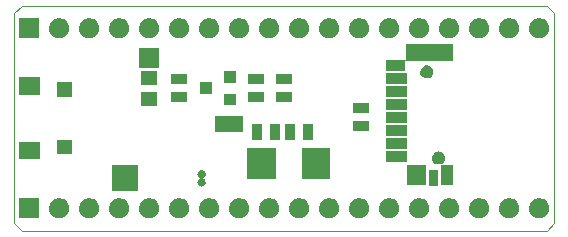
<source format=gbs>
G04 #@! TF.FileFunction,Soldermask,Bot*
%FSLAX46Y46*%
G04 Gerber Fmt 4.6, Leading zero omitted, Abs format (unit mm)*
G04 Created by KiCad (PCBNEW 4.0.0-stable) date 31/12/2015 20:29:45*
%MOMM*%
G01*
G04 APERTURE LIST*
%ADD10C,0.150000*%
%ADD11C,0.101600*%
G04 APERTURE END LIST*
D10*
D11*
X635000Y0D02*
X45085000Y0D01*
X635000Y19050000D02*
X45085000Y19050000D01*
X45720000Y635000D02*
X45085000Y0D01*
X45720000Y18415000D02*
X45720000Y635000D01*
X45085000Y19050000D02*
X45720000Y18415000D01*
X0Y18415000D02*
X635000Y19050000D01*
X0Y635000D02*
X0Y18415000D01*
X635000Y0D02*
X0Y635000D01*
D10*
G36*
X24219279Y2754436D02*
X24382570Y2720917D01*
X24536236Y2656322D01*
X24674433Y2563108D01*
X24791893Y2444824D01*
X24884140Y2305982D01*
X24947661Y2151868D01*
X24979971Y1988691D01*
X24979971Y1988681D01*
X24980037Y1988347D01*
X24977378Y1797951D01*
X24977302Y1797617D01*
X24977302Y1797605D01*
X24940451Y1635401D01*
X24872649Y1483117D01*
X24776562Y1346905D01*
X24655843Y1231946D01*
X24515102Y1142630D01*
X24359688Y1082347D01*
X24195529Y1053402D01*
X24028872Y1056893D01*
X23866062Y1092689D01*
X23713315Y1159423D01*
X23576429Y1254561D01*
X23460634Y1374470D01*
X23370337Y1514583D01*
X23308972Y1669572D01*
X23278880Y1833533D01*
X23281208Y2000209D01*
X23315864Y2163256D01*
X23381534Y2316473D01*
X23475710Y2454014D01*
X23594810Y2570646D01*
X23734292Y2661921D01*
X23888848Y2724365D01*
X24052586Y2755600D01*
X24219279Y2754436D01*
X24219279Y2754436D01*
G37*
G36*
X44539279Y2754436D02*
X44702570Y2720917D01*
X44856236Y2656322D01*
X44994433Y2563108D01*
X45111893Y2444824D01*
X45204140Y2305982D01*
X45267661Y2151868D01*
X45299971Y1988691D01*
X45299971Y1988681D01*
X45300037Y1988347D01*
X45297378Y1797951D01*
X45297302Y1797617D01*
X45297302Y1797605D01*
X45260451Y1635401D01*
X45192649Y1483117D01*
X45096562Y1346905D01*
X44975843Y1231946D01*
X44835102Y1142630D01*
X44679688Y1082347D01*
X44515529Y1053402D01*
X44348872Y1056893D01*
X44186062Y1092689D01*
X44033315Y1159423D01*
X43896429Y1254561D01*
X43780634Y1374470D01*
X43690337Y1514583D01*
X43628972Y1669572D01*
X43598880Y1833533D01*
X43601208Y2000209D01*
X43635864Y2163256D01*
X43701534Y2316473D01*
X43795710Y2454014D01*
X43914810Y2570646D01*
X44054292Y2661921D01*
X44208848Y2724365D01*
X44372586Y2755600D01*
X44539279Y2754436D01*
X44539279Y2754436D01*
G37*
G36*
X3899279Y2754436D02*
X4062570Y2720917D01*
X4216236Y2656322D01*
X4354433Y2563108D01*
X4471893Y2444824D01*
X4564140Y2305982D01*
X4627661Y2151868D01*
X4659971Y1988691D01*
X4659971Y1988681D01*
X4660037Y1988347D01*
X4657378Y1797951D01*
X4657302Y1797617D01*
X4657302Y1797605D01*
X4620451Y1635401D01*
X4552649Y1483117D01*
X4456562Y1346905D01*
X4335843Y1231946D01*
X4195102Y1142630D01*
X4039688Y1082347D01*
X3875529Y1053402D01*
X3708872Y1056893D01*
X3546062Y1092689D01*
X3393315Y1159423D01*
X3256429Y1254561D01*
X3140634Y1374470D01*
X3050337Y1514583D01*
X2988972Y1669572D01*
X2958880Y1833533D01*
X2961208Y2000209D01*
X2995864Y2163256D01*
X3061534Y2316473D01*
X3155710Y2454014D01*
X3274810Y2570646D01*
X3414292Y2661921D01*
X3568848Y2724365D01*
X3732586Y2755600D01*
X3899279Y2754436D01*
X3899279Y2754436D01*
G37*
G36*
X41999279Y2754436D02*
X42162570Y2720917D01*
X42316236Y2656322D01*
X42454433Y2563108D01*
X42571893Y2444824D01*
X42664140Y2305982D01*
X42727661Y2151868D01*
X42759971Y1988691D01*
X42759971Y1988681D01*
X42760037Y1988347D01*
X42757378Y1797951D01*
X42757302Y1797617D01*
X42757302Y1797605D01*
X42720451Y1635401D01*
X42652649Y1483117D01*
X42556562Y1346905D01*
X42435843Y1231946D01*
X42295102Y1142630D01*
X42139688Y1082347D01*
X41975529Y1053402D01*
X41808872Y1056893D01*
X41646062Y1092689D01*
X41493315Y1159423D01*
X41356429Y1254561D01*
X41240634Y1374470D01*
X41150337Y1514583D01*
X41088972Y1669572D01*
X41058880Y1833533D01*
X41061208Y2000209D01*
X41095864Y2163256D01*
X41161534Y2316473D01*
X41255710Y2454014D01*
X41374810Y2570646D01*
X41514292Y2661921D01*
X41668848Y2724365D01*
X41832586Y2755600D01*
X41999279Y2754436D01*
X41999279Y2754436D01*
G37*
G36*
X39459279Y2754436D02*
X39622570Y2720917D01*
X39776236Y2656322D01*
X39914433Y2563108D01*
X40031893Y2444824D01*
X40124140Y2305982D01*
X40187661Y2151868D01*
X40219971Y1988691D01*
X40219971Y1988681D01*
X40220037Y1988347D01*
X40217378Y1797951D01*
X40217302Y1797617D01*
X40217302Y1797605D01*
X40180451Y1635401D01*
X40112649Y1483117D01*
X40016562Y1346905D01*
X39895843Y1231946D01*
X39755102Y1142630D01*
X39599688Y1082347D01*
X39435529Y1053402D01*
X39268872Y1056893D01*
X39106062Y1092689D01*
X38953315Y1159423D01*
X38816429Y1254561D01*
X38700634Y1374470D01*
X38610337Y1514583D01*
X38548972Y1669572D01*
X38518880Y1833533D01*
X38521208Y2000209D01*
X38555864Y2163256D01*
X38621534Y2316473D01*
X38715710Y2454014D01*
X38834810Y2570646D01*
X38974292Y2661921D01*
X39128848Y2724365D01*
X39292586Y2755600D01*
X39459279Y2754436D01*
X39459279Y2754436D01*
G37*
G36*
X36919279Y2754436D02*
X37082570Y2720917D01*
X37236236Y2656322D01*
X37374433Y2563108D01*
X37491893Y2444824D01*
X37584140Y2305982D01*
X37647661Y2151868D01*
X37679971Y1988691D01*
X37679971Y1988681D01*
X37680037Y1988347D01*
X37677378Y1797951D01*
X37677302Y1797617D01*
X37677302Y1797605D01*
X37640451Y1635401D01*
X37572649Y1483117D01*
X37476562Y1346905D01*
X37355843Y1231946D01*
X37215102Y1142630D01*
X37059688Y1082347D01*
X36895529Y1053402D01*
X36728872Y1056893D01*
X36566062Y1092689D01*
X36413315Y1159423D01*
X36276429Y1254561D01*
X36160634Y1374470D01*
X36070337Y1514583D01*
X36008972Y1669572D01*
X35978880Y1833533D01*
X35981208Y2000209D01*
X36015864Y2163256D01*
X36081534Y2316473D01*
X36175710Y2454014D01*
X36294810Y2570646D01*
X36434292Y2661921D01*
X36588848Y2724365D01*
X36752586Y2755600D01*
X36919279Y2754436D01*
X36919279Y2754436D01*
G37*
G36*
X34379279Y2754436D02*
X34542570Y2720917D01*
X34696236Y2656322D01*
X34834433Y2563108D01*
X34951893Y2444824D01*
X35044140Y2305982D01*
X35107661Y2151868D01*
X35139971Y1988691D01*
X35139971Y1988681D01*
X35140037Y1988347D01*
X35137378Y1797951D01*
X35137302Y1797617D01*
X35137302Y1797605D01*
X35100451Y1635401D01*
X35032649Y1483117D01*
X34936562Y1346905D01*
X34815843Y1231946D01*
X34675102Y1142630D01*
X34519688Y1082347D01*
X34355529Y1053402D01*
X34188872Y1056893D01*
X34026062Y1092689D01*
X33873315Y1159423D01*
X33736429Y1254561D01*
X33620634Y1374470D01*
X33530337Y1514583D01*
X33468972Y1669572D01*
X33438880Y1833533D01*
X33441208Y2000209D01*
X33475864Y2163256D01*
X33541534Y2316473D01*
X33635710Y2454014D01*
X33754810Y2570646D01*
X33894292Y2661921D01*
X34048848Y2724365D01*
X34212586Y2755600D01*
X34379279Y2754436D01*
X34379279Y2754436D01*
G37*
G36*
X31839278Y2754436D02*
X32002569Y2720917D01*
X32156235Y2656322D01*
X32294432Y2563108D01*
X32411892Y2444824D01*
X32504139Y2305982D01*
X32567660Y2151868D01*
X32599970Y1988691D01*
X32599970Y1988681D01*
X32600036Y1988347D01*
X32597377Y1797951D01*
X32597301Y1797617D01*
X32597301Y1797605D01*
X32560450Y1635401D01*
X32492648Y1483117D01*
X32396561Y1346905D01*
X32275842Y1231946D01*
X32135101Y1142630D01*
X31979687Y1082347D01*
X31815528Y1053402D01*
X31648871Y1056893D01*
X31486061Y1092689D01*
X31333314Y1159423D01*
X31196428Y1254561D01*
X31080633Y1374470D01*
X30990336Y1514583D01*
X30928971Y1669572D01*
X30898879Y1833533D01*
X30901207Y2000209D01*
X30935863Y2163256D01*
X31001533Y2316473D01*
X31095709Y2454014D01*
X31214809Y2570646D01*
X31354291Y2661921D01*
X31508847Y2724365D01*
X31672585Y2755600D01*
X31839278Y2754436D01*
X31839278Y2754436D01*
G37*
G36*
X29299279Y2754436D02*
X29462570Y2720917D01*
X29616236Y2656322D01*
X29754433Y2563108D01*
X29871893Y2444824D01*
X29964140Y2305982D01*
X30027661Y2151868D01*
X30059971Y1988691D01*
X30059971Y1988681D01*
X30060037Y1988347D01*
X30057378Y1797951D01*
X30057302Y1797617D01*
X30057302Y1797605D01*
X30020451Y1635401D01*
X29952649Y1483117D01*
X29856562Y1346905D01*
X29735843Y1231946D01*
X29595102Y1142630D01*
X29439688Y1082347D01*
X29275529Y1053402D01*
X29108872Y1056893D01*
X28946062Y1092689D01*
X28793315Y1159423D01*
X28656429Y1254561D01*
X28540634Y1374470D01*
X28450337Y1514583D01*
X28388972Y1669572D01*
X28358880Y1833533D01*
X28361208Y2000209D01*
X28395864Y2163256D01*
X28461534Y2316473D01*
X28555710Y2454014D01*
X28674810Y2570646D01*
X28814292Y2661921D01*
X28968848Y2724365D01*
X29132586Y2755600D01*
X29299279Y2754436D01*
X29299279Y2754436D01*
G37*
G36*
X21679279Y2754436D02*
X21842570Y2720917D01*
X21996236Y2656322D01*
X22134433Y2563108D01*
X22251893Y2444824D01*
X22344140Y2305982D01*
X22407661Y2151868D01*
X22439971Y1988691D01*
X22439971Y1988681D01*
X22440037Y1988347D01*
X22437378Y1797951D01*
X22437302Y1797617D01*
X22437302Y1797605D01*
X22400451Y1635401D01*
X22332649Y1483117D01*
X22236562Y1346905D01*
X22115843Y1231946D01*
X21975102Y1142630D01*
X21819688Y1082347D01*
X21655529Y1053402D01*
X21488872Y1056893D01*
X21326062Y1092689D01*
X21173315Y1159423D01*
X21036429Y1254561D01*
X20920634Y1374470D01*
X20830337Y1514583D01*
X20768972Y1669572D01*
X20738880Y1833533D01*
X20741208Y2000209D01*
X20775864Y2163256D01*
X20841534Y2316473D01*
X20935710Y2454014D01*
X21054810Y2570646D01*
X21194292Y2661921D01*
X21348848Y2724365D01*
X21512586Y2755600D01*
X21679279Y2754436D01*
X21679279Y2754436D01*
G37*
G36*
X19139279Y2754436D02*
X19302570Y2720917D01*
X19456236Y2656322D01*
X19594433Y2563108D01*
X19711893Y2444824D01*
X19804140Y2305982D01*
X19867661Y2151868D01*
X19899971Y1988691D01*
X19899971Y1988681D01*
X19900037Y1988347D01*
X19897378Y1797951D01*
X19897302Y1797617D01*
X19897302Y1797605D01*
X19860451Y1635401D01*
X19792649Y1483117D01*
X19696562Y1346905D01*
X19575843Y1231946D01*
X19435102Y1142630D01*
X19279688Y1082347D01*
X19115529Y1053402D01*
X18948872Y1056893D01*
X18786062Y1092689D01*
X18633315Y1159423D01*
X18496429Y1254561D01*
X18380634Y1374470D01*
X18290337Y1514583D01*
X18228972Y1669572D01*
X18198880Y1833533D01*
X18201208Y2000209D01*
X18235864Y2163256D01*
X18301534Y2316473D01*
X18395710Y2454014D01*
X18514810Y2570646D01*
X18654292Y2661921D01*
X18808848Y2724365D01*
X18972586Y2755600D01*
X19139279Y2754436D01*
X19139279Y2754436D01*
G37*
G36*
X16599279Y2754436D02*
X16762570Y2720917D01*
X16916236Y2656322D01*
X17054433Y2563108D01*
X17171893Y2444824D01*
X17264140Y2305982D01*
X17327661Y2151868D01*
X17359971Y1988691D01*
X17359971Y1988681D01*
X17360037Y1988347D01*
X17357378Y1797951D01*
X17357302Y1797617D01*
X17357302Y1797605D01*
X17320451Y1635401D01*
X17252649Y1483117D01*
X17156562Y1346905D01*
X17035843Y1231946D01*
X16895102Y1142630D01*
X16739688Y1082347D01*
X16575529Y1053402D01*
X16408872Y1056893D01*
X16246062Y1092689D01*
X16093315Y1159423D01*
X15956429Y1254561D01*
X15840634Y1374470D01*
X15750337Y1514583D01*
X15688972Y1669572D01*
X15658880Y1833533D01*
X15661208Y2000209D01*
X15695864Y2163256D01*
X15761534Y2316473D01*
X15855710Y2454014D01*
X15974810Y2570646D01*
X16114292Y2661921D01*
X16268848Y2724365D01*
X16432586Y2755600D01*
X16599279Y2754436D01*
X16599279Y2754436D01*
G37*
G36*
X14059280Y2754436D02*
X14222571Y2720917D01*
X14376237Y2656322D01*
X14514434Y2563108D01*
X14631894Y2444824D01*
X14724141Y2305982D01*
X14787662Y2151868D01*
X14819972Y1988691D01*
X14819972Y1988681D01*
X14820038Y1988347D01*
X14817379Y1797951D01*
X14817303Y1797617D01*
X14817303Y1797605D01*
X14780452Y1635401D01*
X14712650Y1483117D01*
X14616563Y1346905D01*
X14495844Y1231946D01*
X14355103Y1142630D01*
X14199689Y1082347D01*
X14035530Y1053402D01*
X13868873Y1056893D01*
X13706063Y1092689D01*
X13553316Y1159423D01*
X13416430Y1254561D01*
X13300635Y1374470D01*
X13210338Y1514583D01*
X13148973Y1669572D01*
X13118881Y1833533D01*
X13121209Y2000209D01*
X13155865Y2163256D01*
X13221535Y2316473D01*
X13315711Y2454014D01*
X13434811Y2570646D01*
X13574293Y2661921D01*
X13728849Y2724365D01*
X13892587Y2755600D01*
X14059280Y2754436D01*
X14059280Y2754436D01*
G37*
G36*
X11519279Y2754436D02*
X11682570Y2720917D01*
X11836236Y2656322D01*
X11974433Y2563108D01*
X12091893Y2444824D01*
X12184140Y2305982D01*
X12247661Y2151868D01*
X12279971Y1988691D01*
X12279971Y1988681D01*
X12280037Y1988347D01*
X12277378Y1797951D01*
X12277302Y1797617D01*
X12277302Y1797605D01*
X12240451Y1635401D01*
X12172649Y1483117D01*
X12076562Y1346905D01*
X11955843Y1231946D01*
X11815102Y1142630D01*
X11659688Y1082347D01*
X11495529Y1053402D01*
X11328872Y1056893D01*
X11166062Y1092689D01*
X11013315Y1159423D01*
X10876429Y1254561D01*
X10760634Y1374470D01*
X10670337Y1514583D01*
X10608972Y1669572D01*
X10578880Y1833533D01*
X10581208Y2000209D01*
X10615864Y2163256D01*
X10681534Y2316473D01*
X10775710Y2454014D01*
X10894810Y2570646D01*
X11034292Y2661921D01*
X11188848Y2724365D01*
X11352586Y2755600D01*
X11519279Y2754436D01*
X11519279Y2754436D01*
G37*
G36*
X8979279Y2754436D02*
X9142570Y2720917D01*
X9296236Y2656322D01*
X9434433Y2563108D01*
X9551893Y2444824D01*
X9644140Y2305982D01*
X9707661Y2151868D01*
X9739971Y1988691D01*
X9739971Y1988681D01*
X9740037Y1988347D01*
X9737378Y1797951D01*
X9737302Y1797617D01*
X9737302Y1797605D01*
X9700451Y1635401D01*
X9632649Y1483117D01*
X9536562Y1346905D01*
X9415843Y1231946D01*
X9275102Y1142630D01*
X9119688Y1082347D01*
X8955529Y1053402D01*
X8788872Y1056893D01*
X8626062Y1092689D01*
X8473315Y1159423D01*
X8336429Y1254561D01*
X8220634Y1374470D01*
X8130337Y1514583D01*
X8068972Y1669572D01*
X8038880Y1833533D01*
X8041208Y2000209D01*
X8075864Y2163256D01*
X8141534Y2316473D01*
X8235710Y2454014D01*
X8354810Y2570646D01*
X8494292Y2661921D01*
X8648848Y2724365D01*
X8812586Y2755600D01*
X8979279Y2754436D01*
X8979279Y2754436D01*
G37*
G36*
X6439279Y2754436D02*
X6602570Y2720917D01*
X6756236Y2656322D01*
X6894433Y2563108D01*
X7011893Y2444824D01*
X7104140Y2305982D01*
X7167661Y2151868D01*
X7199971Y1988691D01*
X7199971Y1988681D01*
X7200037Y1988347D01*
X7197378Y1797951D01*
X7197302Y1797617D01*
X7197302Y1797605D01*
X7160451Y1635401D01*
X7092649Y1483117D01*
X6996562Y1346905D01*
X6875843Y1231946D01*
X6735102Y1142630D01*
X6579688Y1082347D01*
X6415529Y1053402D01*
X6248872Y1056893D01*
X6086062Y1092689D01*
X5933315Y1159423D01*
X5796429Y1254561D01*
X5680634Y1374470D01*
X5590337Y1514583D01*
X5528972Y1669572D01*
X5498880Y1833533D01*
X5501208Y2000209D01*
X5535864Y2163256D01*
X5601534Y2316473D01*
X5695710Y2454014D01*
X5814810Y2570646D01*
X5954292Y2661921D01*
X6108848Y2724365D01*
X6272586Y2755600D01*
X6439279Y2754436D01*
X6439279Y2754436D01*
G37*
G36*
X26759279Y2754436D02*
X26922570Y2720917D01*
X27076236Y2656322D01*
X27214433Y2563108D01*
X27331893Y2444824D01*
X27424140Y2305982D01*
X27487661Y2151868D01*
X27519971Y1988691D01*
X27519971Y1988681D01*
X27520037Y1988347D01*
X27517378Y1797951D01*
X27517302Y1797617D01*
X27517302Y1797605D01*
X27480451Y1635401D01*
X27412649Y1483117D01*
X27316562Y1346905D01*
X27195843Y1231946D01*
X27055102Y1142630D01*
X26899688Y1082347D01*
X26735529Y1053402D01*
X26568872Y1056893D01*
X26406062Y1092689D01*
X26253315Y1159423D01*
X26116429Y1254561D01*
X26000634Y1374470D01*
X25910337Y1514583D01*
X25848972Y1669572D01*
X25818880Y1833533D01*
X25821208Y2000209D01*
X25855864Y2163256D01*
X25921534Y2316473D01*
X26015710Y2454014D01*
X26134810Y2570646D01*
X26274292Y2661921D01*
X26428848Y2724365D01*
X26592586Y2755600D01*
X26759279Y2754436D01*
X26759279Y2754436D01*
G37*
G36*
X2120000Y1055000D02*
X420000Y1055000D01*
X420000Y2755000D01*
X2120000Y2755000D01*
X2120000Y1055000D01*
X2120000Y1055000D01*
G37*
G36*
X10500000Y3345000D02*
X8300000Y3345000D01*
X8300000Y5545000D01*
X10500000Y5545000D01*
X10500000Y3345000D01*
X10500000Y3345000D01*
G37*
G36*
X15940327Y5139552D02*
X15940336Y5139549D01*
X15940377Y5139545D01*
X16005630Y5119346D01*
X16065718Y5086857D01*
X16118350Y5043316D01*
X16161522Y4990381D01*
X16193591Y4930069D01*
X16213334Y4864676D01*
X16220000Y4796694D01*
X16220000Y4793306D01*
X16219966Y4788419D01*
X16212352Y4720537D01*
X16191697Y4655426D01*
X16158790Y4595568D01*
X16114882Y4543241D01*
X16061647Y4500438D01*
X16040053Y4489149D01*
X16028769Y4481044D01*
X16020080Y4469978D01*
X16014819Y4456929D01*
X16013401Y4442931D01*
X16015940Y4429092D01*
X16022233Y4416508D01*
X16031783Y4406176D01*
X16039350Y4401114D01*
X16065718Y4386857D01*
X16118350Y4343316D01*
X16161522Y4290381D01*
X16193591Y4230069D01*
X16213334Y4164676D01*
X16220000Y4096694D01*
X16220000Y4093306D01*
X16219966Y4088419D01*
X16212352Y4020537D01*
X16191697Y3955426D01*
X16158790Y3895568D01*
X16114882Y3843241D01*
X16061647Y3800438D01*
X16001112Y3768792D01*
X15935583Y3749505D01*
X15935546Y3749502D01*
X15935537Y3749499D01*
X15867559Y3743313D01*
X15799673Y3750448D01*
X15799664Y3750451D01*
X15799623Y3750455D01*
X15734370Y3770654D01*
X15674282Y3803143D01*
X15621650Y3846684D01*
X15578478Y3899619D01*
X15546409Y3959931D01*
X15526666Y4025324D01*
X15520000Y4093306D01*
X15520000Y4096694D01*
X15520034Y4101581D01*
X15527648Y4169463D01*
X15548303Y4234574D01*
X15581210Y4294432D01*
X15625118Y4346759D01*
X15678353Y4389562D01*
X15699947Y4400851D01*
X15711231Y4408956D01*
X15719920Y4420022D01*
X15725181Y4433071D01*
X15726599Y4447069D01*
X15724060Y4460908D01*
X15717767Y4473492D01*
X15708217Y4483824D01*
X15700650Y4488886D01*
X15674282Y4503143D01*
X15621650Y4546684D01*
X15578478Y4599619D01*
X15546409Y4659931D01*
X15526666Y4725324D01*
X15520000Y4793306D01*
X15520000Y4796694D01*
X15520034Y4801581D01*
X15527648Y4869463D01*
X15548303Y4934574D01*
X15581210Y4994432D01*
X15625118Y5046759D01*
X15678353Y5089562D01*
X15738888Y5121208D01*
X15804417Y5140495D01*
X15804454Y5140498D01*
X15804463Y5140501D01*
X15872441Y5146687D01*
X15940327Y5139552D01*
X15940327Y5139552D01*
G37*
G36*
X35885000Y3810000D02*
X35085000Y3810000D01*
X35085000Y5110000D01*
X35885000Y5110000D01*
X35885000Y3810000D01*
X35885000Y3810000D01*
G37*
G36*
X36140563Y5574996D02*
X36151729Y5566435D01*
X36164837Y5561324D01*
X36176266Y5560000D01*
X37135000Y5560000D01*
X37135000Y3860000D01*
X36135000Y3860000D01*
X36135000Y5577167D01*
X36134051Y5583847D01*
X36140563Y5574996D01*
X36140563Y5574996D01*
G37*
G36*
X34885000Y3885000D02*
X33285000Y3885000D01*
X33285000Y5535000D01*
X34885000Y5535000D01*
X34885000Y3885000D01*
X34885000Y3885000D01*
G37*
G36*
X22139580Y4414850D02*
X19739940Y4414850D01*
X19739940Y7015150D01*
X22139580Y7015150D01*
X22139580Y4414850D01*
X22139580Y4414850D01*
G37*
G36*
X26742060Y4414850D02*
X24342420Y4414850D01*
X24342420Y7015150D01*
X26742060Y7015150D01*
X26742060Y4414850D01*
X26742060Y4414850D01*
G37*
G36*
X35992769Y6709635D02*
X36098428Y6687946D01*
X36197858Y6646150D01*
X36287283Y6585833D01*
X36363282Y6509300D01*
X36422975Y6419457D01*
X36464074Y6319741D01*
X36484958Y6214274D01*
X36484958Y6214259D01*
X36485023Y6213930D01*
X36483303Y6090733D01*
X36483227Y6090399D01*
X36483227Y6090388D01*
X36459409Y5985553D01*
X36415538Y5887017D01*
X36353365Y5798880D01*
X36275250Y5724493D01*
X36184184Y5666701D01*
X36158185Y5656616D01*
X36145914Y5649733D01*
X36136046Y5639704D01*
X36129363Y5627323D01*
X36126394Y5613570D01*
X36127052Y5604143D01*
X36118112Y5614631D01*
X36106364Y5622373D01*
X36092924Y5626535D01*
X36076318Y5626407D01*
X35977402Y5608966D01*
X35869565Y5611224D01*
X35764216Y5634387D01*
X35665381Y5677567D01*
X35576806Y5739128D01*
X35501881Y5816715D01*
X35443452Y5907378D01*
X35403746Y6007663D01*
X35384274Y6113757D01*
X35385781Y6221606D01*
X35408205Y6327107D01*
X35450698Y6426248D01*
X35511636Y6515245D01*
X35588701Y6590713D01*
X35678953Y6649773D01*
X35778960Y6690178D01*
X35884907Y6710389D01*
X35992769Y6709635D01*
X35992769Y6709635D01*
G37*
G36*
X33285000Y5860000D02*
X31485000Y5860000D01*
X31485000Y6760000D01*
X33285000Y6760000D01*
X33285000Y5860000D01*
X33285000Y5860000D01*
G37*
G36*
X2170000Y6050000D02*
X370000Y6050000D01*
X370000Y7550000D01*
X2170000Y7550000D01*
X2170000Y6050000D01*
X2170000Y6050000D01*
G37*
G36*
X4894250Y6475490D02*
X3645230Y6475490D01*
X3645230Y7724510D01*
X4894250Y7724510D01*
X4894250Y6475490D01*
X4894250Y6475490D01*
G37*
G36*
X33285000Y6960000D02*
X31485000Y6960000D01*
X31485000Y7860000D01*
X33285000Y7860000D01*
X33285000Y6960000D01*
X33285000Y6960000D01*
G37*
G36*
X22515500Y7710500D02*
X21680500Y7710500D01*
X21680500Y9053500D01*
X22515500Y9053500D01*
X22515500Y7710500D01*
X22515500Y7710500D01*
G37*
G36*
X25309500Y7710500D02*
X24474500Y7710500D01*
X24474500Y9053500D01*
X25309500Y9053500D01*
X25309500Y7710500D01*
X25309500Y7710500D01*
G37*
G36*
X23785500Y7710500D02*
X22950500Y7710500D01*
X22950500Y9053500D01*
X23785500Y9053500D01*
X23785500Y7710500D01*
X23785500Y7710500D01*
G37*
G36*
X20991500Y7710500D02*
X20156500Y7710500D01*
X20156500Y9053500D01*
X20991500Y9053500D01*
X20991500Y7710500D01*
X20991500Y7710500D01*
G37*
G36*
X33285000Y8060000D02*
X31485000Y8060000D01*
X31485000Y8960000D01*
X33285000Y8960000D01*
X33285000Y8060000D01*
X33285000Y8060000D01*
G37*
G36*
X19340500Y8345500D02*
X16981500Y8345500D01*
X16981500Y9688500D01*
X19340500Y9688500D01*
X19340500Y8345500D01*
X19340500Y8345500D01*
G37*
G36*
X30008500Y8472500D02*
X28665500Y8472500D01*
X28665500Y9307500D01*
X30008500Y9307500D01*
X30008500Y8472500D01*
X30008500Y8472500D01*
G37*
G36*
X33285000Y9160000D02*
X31485000Y9160000D01*
X31485000Y10060000D01*
X33285000Y10060000D01*
X33285000Y9160000D01*
X33285000Y9160000D01*
G37*
G36*
X30008500Y9996500D02*
X28665500Y9996500D01*
X28665500Y10831500D01*
X30008500Y10831500D01*
X30008500Y9996500D01*
X30008500Y9996500D01*
G37*
G36*
X33285000Y10260000D02*
X31485000Y10260000D01*
X31485000Y11160000D01*
X33285000Y11160000D01*
X33285000Y10260000D01*
X33285000Y10260000D01*
G37*
G36*
X12101500Y10565460D02*
X10758500Y10565460D01*
X10758500Y11766220D01*
X12101500Y11766220D01*
X12101500Y10565460D01*
X12101500Y10565460D01*
G37*
G36*
X18772810Y10614950D02*
X17772710Y10614950D01*
X17772710Y11615050D01*
X18772810Y11615050D01*
X18772810Y10614950D01*
X18772810Y10614950D01*
G37*
G36*
X21118500Y10885500D02*
X19775500Y10885500D01*
X19775500Y11720500D01*
X21118500Y11720500D01*
X21118500Y10885500D01*
X21118500Y10885500D01*
G37*
G36*
X23531500Y10885500D02*
X22188500Y10885500D01*
X22188500Y11720500D01*
X23531500Y11720500D01*
X23531500Y10885500D01*
X23531500Y10885500D01*
G37*
G36*
X14641500Y10885500D02*
X13298500Y10885500D01*
X13298500Y11720500D01*
X14641500Y11720500D01*
X14641500Y10885500D01*
X14641500Y10885500D01*
G37*
G36*
X4894250Y11325490D02*
X3645230Y11325490D01*
X3645230Y12574510D01*
X4894250Y12574510D01*
X4894250Y11325490D01*
X4894250Y11325490D01*
G37*
G36*
X33285000Y11360000D02*
X31485000Y11360000D01*
X31485000Y12260000D01*
X33285000Y12260000D01*
X33285000Y11360000D01*
X33285000Y11360000D01*
G37*
G36*
X2170000Y11500000D02*
X370000Y11500000D01*
X370000Y13000000D01*
X2170000Y13000000D01*
X2170000Y11500000D01*
X2170000Y11500000D01*
G37*
G36*
X16773830Y11564950D02*
X15773730Y11564950D01*
X15773730Y12565050D01*
X16773830Y12565050D01*
X16773830Y11564950D01*
X16773830Y11564950D01*
G37*
G36*
X12101500Y12363780D02*
X10758500Y12363780D01*
X10758500Y13564540D01*
X12101500Y13564540D01*
X12101500Y12363780D01*
X12101500Y12363780D01*
G37*
G36*
X21118500Y12409500D02*
X19775500Y12409500D01*
X19775500Y13244500D01*
X21118500Y13244500D01*
X21118500Y12409500D01*
X21118500Y12409500D01*
G37*
G36*
X23531500Y12409500D02*
X22188500Y12409500D01*
X22188500Y13244500D01*
X23531500Y13244500D01*
X23531500Y12409500D01*
X23531500Y12409500D01*
G37*
G36*
X14641500Y12409500D02*
X13298500Y12409500D01*
X13298500Y13244500D01*
X14641500Y13244500D01*
X14641500Y12409500D01*
X14641500Y12409500D01*
G37*
G36*
X33285000Y12460000D02*
X31485000Y12460000D01*
X31485000Y13360000D01*
X33285000Y13360000D01*
X33285000Y12460000D01*
X33285000Y12460000D01*
G37*
G36*
X18772810Y12514950D02*
X17772710Y12514950D01*
X17772710Y13515050D01*
X18772810Y13515050D01*
X18772810Y12514950D01*
X18772810Y12514950D01*
G37*
G36*
X34992769Y14009635D02*
X35098428Y13987946D01*
X35197858Y13946150D01*
X35287283Y13885833D01*
X35363282Y13809300D01*
X35422975Y13719457D01*
X35464074Y13619741D01*
X35484958Y13514274D01*
X35484958Y13514259D01*
X35485023Y13513930D01*
X35483303Y13390733D01*
X35483227Y13390399D01*
X35483227Y13390388D01*
X35459409Y13285553D01*
X35415538Y13187017D01*
X35353365Y13098880D01*
X35275250Y13024493D01*
X35184184Y12966700D01*
X35083622Y12927694D01*
X34977402Y12908966D01*
X34869565Y12911224D01*
X34764216Y12934387D01*
X34665381Y12977567D01*
X34576806Y13039128D01*
X34501881Y13116715D01*
X34443452Y13207378D01*
X34403746Y13307663D01*
X34384274Y13413757D01*
X34385781Y13521606D01*
X34408205Y13627107D01*
X34450698Y13726248D01*
X34511636Y13815245D01*
X34588701Y13890713D01*
X34678953Y13949773D01*
X34778960Y13990178D01*
X34884907Y14010389D01*
X34992769Y14009635D01*
X34992769Y14009635D01*
G37*
G36*
X37185000Y14410000D02*
X33135000Y14410000D01*
X33121070Y14408020D01*
X33108244Y14402239D01*
X33097536Y14393112D01*
X33089794Y14381364D01*
X33085632Y14367924D01*
X33085000Y14360000D01*
X33085000Y13560000D01*
X31485000Y13560000D01*
X31485000Y14460000D01*
X33135000Y14460000D01*
X33148930Y14461980D01*
X33161756Y14467761D01*
X33172464Y14476888D01*
X33180206Y14488636D01*
X33184368Y14502076D01*
X33185000Y14510000D01*
X33185000Y15810000D01*
X37185000Y15810000D01*
X37185000Y14410000D01*
X37185000Y14410000D01*
G37*
G36*
X12280000Y13755000D02*
X10580000Y13755000D01*
X10580000Y15455000D01*
X12280000Y15455000D01*
X12280000Y13755000D01*
X12280000Y13755000D01*
G37*
G36*
X44539279Y17994436D02*
X44702570Y17960917D01*
X44856236Y17896322D01*
X44994433Y17803108D01*
X45111893Y17684824D01*
X45204140Y17545982D01*
X45267661Y17391868D01*
X45299971Y17228691D01*
X45299971Y17228681D01*
X45300037Y17228347D01*
X45297378Y17037951D01*
X45297302Y17037617D01*
X45297302Y17037605D01*
X45260451Y16875401D01*
X45192649Y16723117D01*
X45096562Y16586905D01*
X44975843Y16471946D01*
X44835102Y16382630D01*
X44679688Y16322347D01*
X44515529Y16293402D01*
X44348872Y16296893D01*
X44186062Y16332689D01*
X44033315Y16399423D01*
X43896429Y16494561D01*
X43780634Y16614470D01*
X43690337Y16754583D01*
X43628972Y16909572D01*
X43598880Y17073533D01*
X43601208Y17240209D01*
X43635864Y17403256D01*
X43701534Y17556473D01*
X43795710Y17694014D01*
X43914810Y17810646D01*
X44054292Y17901921D01*
X44208848Y17964365D01*
X44372586Y17995600D01*
X44539279Y17994436D01*
X44539279Y17994436D01*
G37*
G36*
X39459279Y17994436D02*
X39622570Y17960917D01*
X39776236Y17896322D01*
X39914433Y17803108D01*
X40031893Y17684824D01*
X40124140Y17545982D01*
X40187661Y17391868D01*
X40219971Y17228691D01*
X40219971Y17228681D01*
X40220037Y17228347D01*
X40217378Y17037951D01*
X40217302Y17037617D01*
X40217302Y17037605D01*
X40180451Y16875401D01*
X40112649Y16723117D01*
X40016562Y16586905D01*
X39895843Y16471946D01*
X39755102Y16382630D01*
X39599688Y16322347D01*
X39435529Y16293402D01*
X39268872Y16296893D01*
X39106062Y16332689D01*
X38953315Y16399423D01*
X38816429Y16494561D01*
X38700634Y16614470D01*
X38610337Y16754583D01*
X38548972Y16909572D01*
X38518880Y17073533D01*
X38521208Y17240209D01*
X38555864Y17403256D01*
X38621534Y17556473D01*
X38715710Y17694014D01*
X38834810Y17810646D01*
X38974292Y17901921D01*
X39128848Y17964365D01*
X39292586Y17995600D01*
X39459279Y17994436D01*
X39459279Y17994436D01*
G37*
G36*
X36919279Y17994436D02*
X37082570Y17960917D01*
X37236236Y17896322D01*
X37374433Y17803108D01*
X37491893Y17684824D01*
X37584140Y17545982D01*
X37647661Y17391868D01*
X37679971Y17228691D01*
X37679971Y17228681D01*
X37680037Y17228347D01*
X37677378Y17037951D01*
X37677302Y17037617D01*
X37677302Y17037605D01*
X37640451Y16875401D01*
X37572649Y16723117D01*
X37476562Y16586905D01*
X37355843Y16471946D01*
X37215102Y16382630D01*
X37059688Y16322347D01*
X36895529Y16293402D01*
X36728872Y16296893D01*
X36566062Y16332689D01*
X36413315Y16399423D01*
X36276429Y16494561D01*
X36160634Y16614470D01*
X36070337Y16754583D01*
X36008972Y16909572D01*
X35978880Y17073533D01*
X35981208Y17240209D01*
X36015864Y17403256D01*
X36081534Y17556473D01*
X36175710Y17694014D01*
X36294810Y17810646D01*
X36434292Y17901921D01*
X36588848Y17964365D01*
X36752586Y17995600D01*
X36919279Y17994436D01*
X36919279Y17994436D01*
G37*
G36*
X34379279Y17994436D02*
X34542570Y17960917D01*
X34696236Y17896322D01*
X34834433Y17803108D01*
X34951893Y17684824D01*
X35044140Y17545982D01*
X35107661Y17391868D01*
X35139971Y17228691D01*
X35139971Y17228681D01*
X35140037Y17228347D01*
X35137378Y17037951D01*
X35137302Y17037617D01*
X35137302Y17037605D01*
X35100451Y16875401D01*
X35032649Y16723117D01*
X34936562Y16586905D01*
X34815843Y16471946D01*
X34675102Y16382630D01*
X34519688Y16322347D01*
X34355529Y16293402D01*
X34188872Y16296893D01*
X34026062Y16332689D01*
X33873315Y16399423D01*
X33736429Y16494561D01*
X33620634Y16614470D01*
X33530337Y16754583D01*
X33468972Y16909572D01*
X33438880Y17073533D01*
X33441208Y17240209D01*
X33475864Y17403256D01*
X33541534Y17556473D01*
X33635710Y17694014D01*
X33754810Y17810646D01*
X33894292Y17901921D01*
X34048848Y17964365D01*
X34212586Y17995600D01*
X34379279Y17994436D01*
X34379279Y17994436D01*
G37*
G36*
X31839278Y17994436D02*
X32002569Y17960917D01*
X32156235Y17896322D01*
X32294432Y17803108D01*
X32411892Y17684824D01*
X32504139Y17545982D01*
X32567660Y17391868D01*
X32599970Y17228691D01*
X32599970Y17228681D01*
X32600036Y17228347D01*
X32597377Y17037951D01*
X32597301Y17037617D01*
X32597301Y17037605D01*
X32560450Y16875401D01*
X32492648Y16723117D01*
X32396561Y16586905D01*
X32275842Y16471946D01*
X32135101Y16382630D01*
X31979687Y16322347D01*
X31815528Y16293402D01*
X31648871Y16296893D01*
X31486061Y16332689D01*
X31333314Y16399423D01*
X31196428Y16494561D01*
X31080633Y16614470D01*
X30990336Y16754583D01*
X30928971Y16909572D01*
X30898879Y17073533D01*
X30901207Y17240209D01*
X30935863Y17403256D01*
X31001533Y17556473D01*
X31095709Y17694014D01*
X31214809Y17810646D01*
X31354291Y17901921D01*
X31508847Y17964365D01*
X31672585Y17995600D01*
X31839278Y17994436D01*
X31839278Y17994436D01*
G37*
G36*
X29299279Y17994436D02*
X29462570Y17960917D01*
X29616236Y17896322D01*
X29754433Y17803108D01*
X29871893Y17684824D01*
X29964140Y17545982D01*
X30027661Y17391868D01*
X30059971Y17228691D01*
X30059971Y17228681D01*
X30060037Y17228347D01*
X30057378Y17037951D01*
X30057302Y17037617D01*
X30057302Y17037605D01*
X30020451Y16875401D01*
X29952649Y16723117D01*
X29856562Y16586905D01*
X29735843Y16471946D01*
X29595102Y16382630D01*
X29439688Y16322347D01*
X29275529Y16293402D01*
X29108872Y16296893D01*
X28946062Y16332689D01*
X28793315Y16399423D01*
X28656429Y16494561D01*
X28540634Y16614470D01*
X28450337Y16754583D01*
X28388972Y16909572D01*
X28358880Y17073533D01*
X28361208Y17240209D01*
X28395864Y17403256D01*
X28461534Y17556473D01*
X28555710Y17694014D01*
X28674810Y17810646D01*
X28814292Y17901921D01*
X28968848Y17964365D01*
X29132586Y17995600D01*
X29299279Y17994436D01*
X29299279Y17994436D01*
G37*
G36*
X26759279Y17994436D02*
X26922570Y17960917D01*
X27076236Y17896322D01*
X27214433Y17803108D01*
X27331893Y17684824D01*
X27424140Y17545982D01*
X27487661Y17391868D01*
X27519971Y17228691D01*
X27519971Y17228681D01*
X27520037Y17228347D01*
X27517378Y17037951D01*
X27517302Y17037617D01*
X27517302Y17037605D01*
X27480451Y16875401D01*
X27412649Y16723117D01*
X27316562Y16586905D01*
X27195843Y16471946D01*
X27055102Y16382630D01*
X26899688Y16322347D01*
X26735529Y16293402D01*
X26568872Y16296893D01*
X26406062Y16332689D01*
X26253315Y16399423D01*
X26116429Y16494561D01*
X26000634Y16614470D01*
X25910337Y16754583D01*
X25848972Y16909572D01*
X25818880Y17073533D01*
X25821208Y17240209D01*
X25855864Y17403256D01*
X25921534Y17556473D01*
X26015710Y17694014D01*
X26134810Y17810646D01*
X26274292Y17901921D01*
X26428848Y17964365D01*
X26592586Y17995600D01*
X26759279Y17994436D01*
X26759279Y17994436D01*
G37*
G36*
X3899279Y17994436D02*
X4062570Y17960917D01*
X4216236Y17896322D01*
X4354433Y17803108D01*
X4471893Y17684824D01*
X4564140Y17545982D01*
X4627661Y17391868D01*
X4659971Y17228691D01*
X4659971Y17228681D01*
X4660037Y17228347D01*
X4657378Y17037951D01*
X4657302Y17037617D01*
X4657302Y17037605D01*
X4620451Y16875401D01*
X4552649Y16723117D01*
X4456562Y16586905D01*
X4335843Y16471946D01*
X4195102Y16382630D01*
X4039688Y16322347D01*
X3875529Y16293402D01*
X3708872Y16296893D01*
X3546062Y16332689D01*
X3393315Y16399423D01*
X3256429Y16494561D01*
X3140634Y16614470D01*
X3050337Y16754583D01*
X2988972Y16909572D01*
X2958880Y17073533D01*
X2961208Y17240209D01*
X2995864Y17403256D01*
X3061534Y17556473D01*
X3155710Y17694014D01*
X3274810Y17810646D01*
X3414292Y17901921D01*
X3568848Y17964365D01*
X3732586Y17995600D01*
X3899279Y17994436D01*
X3899279Y17994436D01*
G37*
G36*
X21679279Y17994436D02*
X21842570Y17960917D01*
X21996236Y17896322D01*
X22134433Y17803108D01*
X22251893Y17684824D01*
X22344140Y17545982D01*
X22407661Y17391868D01*
X22439971Y17228691D01*
X22439971Y17228681D01*
X22440037Y17228347D01*
X22437378Y17037951D01*
X22437302Y17037617D01*
X22437302Y17037605D01*
X22400451Y16875401D01*
X22332649Y16723117D01*
X22236562Y16586905D01*
X22115843Y16471946D01*
X21975102Y16382630D01*
X21819688Y16322347D01*
X21655529Y16293402D01*
X21488872Y16296893D01*
X21326062Y16332689D01*
X21173315Y16399423D01*
X21036429Y16494561D01*
X20920634Y16614470D01*
X20830337Y16754583D01*
X20768972Y16909572D01*
X20738880Y17073533D01*
X20741208Y17240209D01*
X20775864Y17403256D01*
X20841534Y17556473D01*
X20935710Y17694014D01*
X21054810Y17810646D01*
X21194292Y17901921D01*
X21348848Y17964365D01*
X21512586Y17995600D01*
X21679279Y17994436D01*
X21679279Y17994436D01*
G37*
G36*
X16599279Y17994436D02*
X16762570Y17960917D01*
X16916236Y17896322D01*
X17054433Y17803108D01*
X17171893Y17684824D01*
X17264140Y17545982D01*
X17327661Y17391868D01*
X17359971Y17228691D01*
X17359971Y17228681D01*
X17360037Y17228347D01*
X17357378Y17037951D01*
X17357302Y17037617D01*
X17357302Y17037605D01*
X17320451Y16875401D01*
X17252649Y16723117D01*
X17156562Y16586905D01*
X17035843Y16471946D01*
X16895102Y16382630D01*
X16739688Y16322347D01*
X16575529Y16293402D01*
X16408872Y16296893D01*
X16246062Y16332689D01*
X16093315Y16399423D01*
X15956429Y16494561D01*
X15840634Y16614470D01*
X15750337Y16754583D01*
X15688972Y16909572D01*
X15658880Y17073533D01*
X15661208Y17240209D01*
X15695864Y17403256D01*
X15761534Y17556473D01*
X15855710Y17694014D01*
X15974810Y17810646D01*
X16114292Y17901921D01*
X16268848Y17964365D01*
X16432586Y17995600D01*
X16599279Y17994436D01*
X16599279Y17994436D01*
G37*
G36*
X6439279Y17994436D02*
X6602570Y17960917D01*
X6756236Y17896322D01*
X6894433Y17803108D01*
X7011893Y17684824D01*
X7104140Y17545982D01*
X7167661Y17391868D01*
X7199971Y17228691D01*
X7199971Y17228681D01*
X7200037Y17228347D01*
X7197378Y17037951D01*
X7197302Y17037617D01*
X7197302Y17037605D01*
X7160451Y16875401D01*
X7092649Y16723117D01*
X6996562Y16586905D01*
X6875843Y16471946D01*
X6735102Y16382630D01*
X6579688Y16322347D01*
X6415529Y16293402D01*
X6248872Y16296893D01*
X6086062Y16332689D01*
X5933315Y16399423D01*
X5796429Y16494561D01*
X5680634Y16614470D01*
X5590337Y16754583D01*
X5528972Y16909572D01*
X5498880Y17073533D01*
X5501208Y17240209D01*
X5535864Y17403256D01*
X5601534Y17556473D01*
X5695710Y17694014D01*
X5814810Y17810646D01*
X5954292Y17901921D01*
X6108848Y17964365D01*
X6272586Y17995600D01*
X6439279Y17994436D01*
X6439279Y17994436D01*
G37*
G36*
X8979279Y17994436D02*
X9142570Y17960917D01*
X9296236Y17896322D01*
X9434433Y17803108D01*
X9551893Y17684824D01*
X9644140Y17545982D01*
X9707661Y17391868D01*
X9739971Y17228691D01*
X9739971Y17228681D01*
X9740037Y17228347D01*
X9737378Y17037951D01*
X9737302Y17037617D01*
X9737302Y17037605D01*
X9700451Y16875401D01*
X9632649Y16723117D01*
X9536562Y16586905D01*
X9415843Y16471946D01*
X9275102Y16382630D01*
X9119688Y16322347D01*
X8955529Y16293402D01*
X8788872Y16296893D01*
X8626062Y16332689D01*
X8473315Y16399423D01*
X8336429Y16494561D01*
X8220634Y16614470D01*
X8130337Y16754583D01*
X8068972Y16909572D01*
X8038880Y17073533D01*
X8041208Y17240209D01*
X8075864Y17403256D01*
X8141534Y17556473D01*
X8235710Y17694014D01*
X8354810Y17810646D01*
X8494292Y17901921D01*
X8648848Y17964365D01*
X8812586Y17995600D01*
X8979279Y17994436D01*
X8979279Y17994436D01*
G37*
G36*
X11519279Y17994436D02*
X11682570Y17960917D01*
X11836236Y17896322D01*
X11974433Y17803108D01*
X12091893Y17684824D01*
X12184140Y17545982D01*
X12247661Y17391868D01*
X12279971Y17228691D01*
X12279971Y17228681D01*
X12280037Y17228347D01*
X12277378Y17037951D01*
X12277302Y17037617D01*
X12277302Y17037605D01*
X12240451Y16875401D01*
X12172649Y16723117D01*
X12076562Y16586905D01*
X11955843Y16471946D01*
X11815102Y16382630D01*
X11659688Y16322347D01*
X11495529Y16293402D01*
X11328872Y16296893D01*
X11166062Y16332689D01*
X11013315Y16399423D01*
X10876429Y16494561D01*
X10760634Y16614470D01*
X10670337Y16754583D01*
X10608972Y16909572D01*
X10578880Y17073533D01*
X10581208Y17240209D01*
X10615864Y17403256D01*
X10681534Y17556473D01*
X10775710Y17694014D01*
X10894810Y17810646D01*
X11034292Y17901921D01*
X11188848Y17964365D01*
X11352586Y17995600D01*
X11519279Y17994436D01*
X11519279Y17994436D01*
G37*
G36*
X14059280Y17994436D02*
X14222571Y17960917D01*
X14376237Y17896322D01*
X14514434Y17803108D01*
X14631894Y17684824D01*
X14724141Y17545982D01*
X14787662Y17391868D01*
X14819972Y17228691D01*
X14819972Y17228681D01*
X14820038Y17228347D01*
X14817379Y17037951D01*
X14817303Y17037617D01*
X14817303Y17037605D01*
X14780452Y16875401D01*
X14712650Y16723117D01*
X14616563Y16586905D01*
X14495844Y16471946D01*
X14355103Y16382630D01*
X14199689Y16322347D01*
X14035530Y16293402D01*
X13868873Y16296893D01*
X13706063Y16332689D01*
X13553316Y16399423D01*
X13416430Y16494561D01*
X13300635Y16614470D01*
X13210338Y16754583D01*
X13148973Y16909572D01*
X13118881Y17073533D01*
X13121209Y17240209D01*
X13155865Y17403256D01*
X13221535Y17556473D01*
X13315711Y17694014D01*
X13434811Y17810646D01*
X13574293Y17901921D01*
X13728849Y17964365D01*
X13892587Y17995600D01*
X14059280Y17994436D01*
X14059280Y17994436D01*
G37*
G36*
X41999279Y17994436D02*
X42162570Y17960917D01*
X42316236Y17896322D01*
X42454433Y17803108D01*
X42571893Y17684824D01*
X42664140Y17545982D01*
X42727661Y17391868D01*
X42759971Y17228691D01*
X42759971Y17228681D01*
X42760037Y17228347D01*
X42757378Y17037951D01*
X42757302Y17037617D01*
X42757302Y17037605D01*
X42720451Y16875401D01*
X42652649Y16723117D01*
X42556562Y16586905D01*
X42435843Y16471946D01*
X42295102Y16382630D01*
X42139688Y16322347D01*
X41975529Y16293402D01*
X41808872Y16296893D01*
X41646062Y16332689D01*
X41493315Y16399423D01*
X41356429Y16494561D01*
X41240634Y16614470D01*
X41150337Y16754583D01*
X41088972Y16909572D01*
X41058880Y17073533D01*
X41061208Y17240209D01*
X41095864Y17403256D01*
X41161534Y17556473D01*
X41255710Y17694014D01*
X41374810Y17810646D01*
X41514292Y17901921D01*
X41668848Y17964365D01*
X41832586Y17995600D01*
X41999279Y17994436D01*
X41999279Y17994436D01*
G37*
G36*
X19139279Y17994436D02*
X19302570Y17960917D01*
X19456236Y17896322D01*
X19594433Y17803108D01*
X19711893Y17684824D01*
X19804140Y17545982D01*
X19867661Y17391868D01*
X19899971Y17228691D01*
X19899971Y17228681D01*
X19900037Y17228347D01*
X19897378Y17037951D01*
X19897302Y17037617D01*
X19897302Y17037605D01*
X19860451Y16875401D01*
X19792649Y16723117D01*
X19696562Y16586905D01*
X19575843Y16471946D01*
X19435102Y16382630D01*
X19279688Y16322347D01*
X19115529Y16293402D01*
X18948872Y16296893D01*
X18786062Y16332689D01*
X18633315Y16399423D01*
X18496429Y16494561D01*
X18380634Y16614470D01*
X18290337Y16754583D01*
X18228972Y16909572D01*
X18198880Y17073533D01*
X18201208Y17240209D01*
X18235864Y17403256D01*
X18301534Y17556473D01*
X18395710Y17694014D01*
X18514810Y17810646D01*
X18654292Y17901921D01*
X18808848Y17964365D01*
X18972586Y17995600D01*
X19139279Y17994436D01*
X19139279Y17994436D01*
G37*
G36*
X24219279Y17994436D02*
X24382570Y17960917D01*
X24536236Y17896322D01*
X24674433Y17803108D01*
X24791893Y17684824D01*
X24884140Y17545982D01*
X24947661Y17391868D01*
X24979971Y17228691D01*
X24979971Y17228681D01*
X24980037Y17228347D01*
X24977378Y17037951D01*
X24977302Y17037617D01*
X24977302Y17037605D01*
X24940451Y16875401D01*
X24872649Y16723117D01*
X24776562Y16586905D01*
X24655843Y16471946D01*
X24515102Y16382630D01*
X24359688Y16322347D01*
X24195529Y16293402D01*
X24028872Y16296893D01*
X23866062Y16332689D01*
X23713315Y16399423D01*
X23576429Y16494561D01*
X23460634Y16614470D01*
X23370337Y16754583D01*
X23308972Y16909572D01*
X23278880Y17073533D01*
X23281208Y17240209D01*
X23315864Y17403256D01*
X23381534Y17556473D01*
X23475710Y17694014D01*
X23594810Y17810646D01*
X23734292Y17901921D01*
X23888848Y17964365D01*
X24052586Y17995600D01*
X24219279Y17994436D01*
X24219279Y17994436D01*
G37*
G36*
X2120000Y16295000D02*
X420000Y16295000D01*
X420000Y17995000D01*
X2120000Y17995000D01*
X2120000Y16295000D01*
X2120000Y16295000D01*
G37*
M02*

</source>
